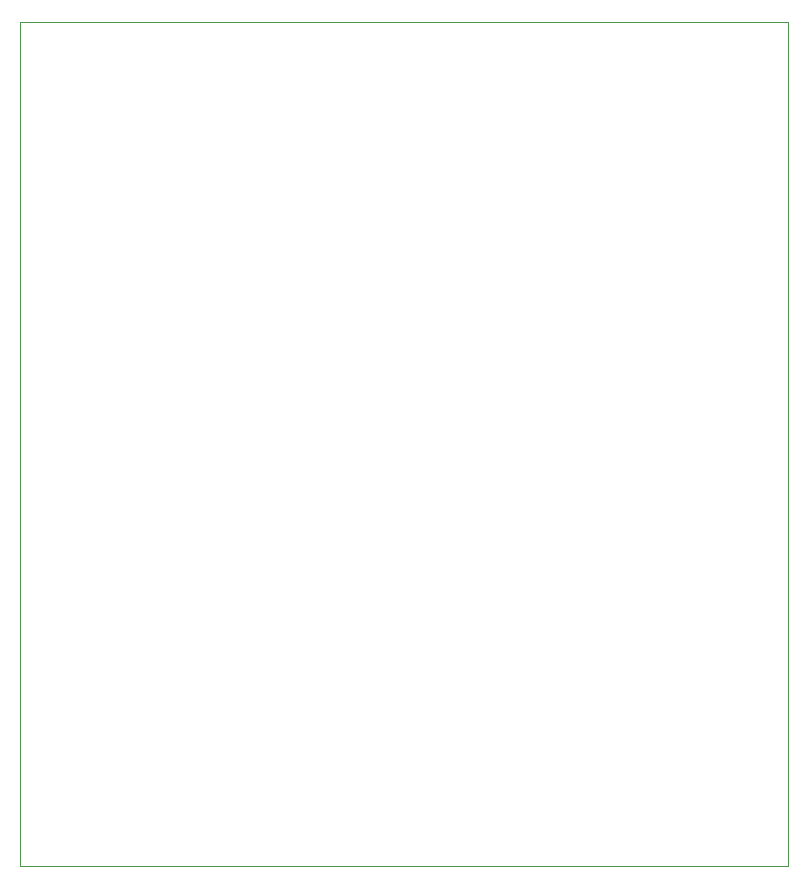
<source format=gbr>
%TF.GenerationSoftware,KiCad,Pcbnew,7.0.7*%
%TF.CreationDate,2023-10-16T12:51:43+02:00*%
%TF.ProjectId,kicad_pendulum_sender1,6b696361-645f-4706-956e-64756c756d5f,1.0*%
%TF.SameCoordinates,Original*%
%TF.FileFunction,Profile,NP*%
%FSLAX46Y46*%
G04 Gerber Fmt 4.6, Leading zero omitted, Abs format (unit mm)*
G04 Created by KiCad (PCBNEW 7.0.7) date 2023-10-16 12:51:43*
%MOMM*%
%LPD*%
G01*
G04 APERTURE LIST*
%TA.AperFunction,Profile*%
%ADD10C,0.100000*%
%TD*%
G04 APERTURE END LIST*
D10*
X119000000Y-64000000D02*
X184000000Y-64000000D01*
X184000000Y-135500000D01*
X119000000Y-135500000D01*
X119000000Y-64000000D01*
M02*

</source>
